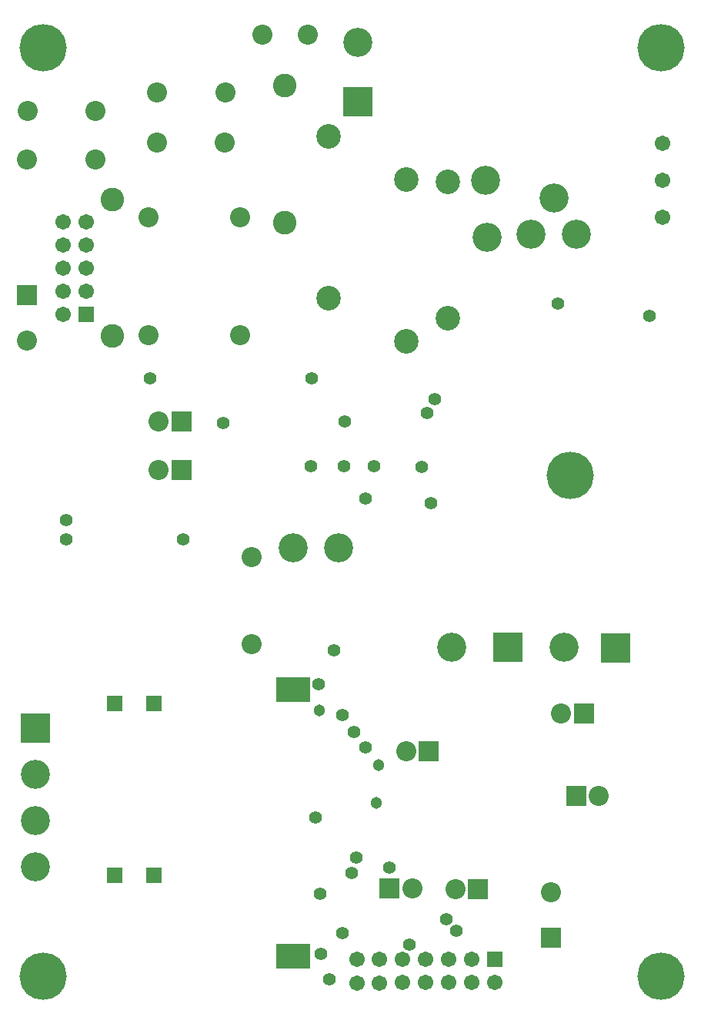
<source format=gbs>
%FSLAX43Y43*%
%MOMM*%
G71*
G01*
G75*
%ADD10C,0.300*%
%ADD11R,3.000X4.000*%
%ADD12R,2.150X3.500*%
%ADD13R,2.150X1.100*%
%ADD14R,1.800X1.600*%
%ADD15R,2.150X0.600*%
%ADD16R,2.200X0.600*%
%ADD17R,4.000X3.000*%
%ADD18R,1.600X1.800*%
%ADD19R,0.600X2.200*%
%ADD20R,0.600X2.200*%
%ADD21R,2.200X0.600*%
%ADD22R,8.000X3.500*%
%ADD23R,1.300X1.500*%
%ADD24R,4.000X4.000*%
%ADD25R,2.150X0.600*%
%ADD26C,1.000*%
%ADD27C,2.000*%
%ADD28C,0.500*%
%ADD29C,1.500*%
%ADD30C,0.400*%
%ADD31C,1.500*%
%ADD32C,2.000*%
%ADD33R,2.000X2.000*%
%ADD34R,1.500X1.500*%
%ADD35C,2.500*%
%ADD36C,3.000*%
%ADD37R,3.000X3.000*%
%ADD38C,2.000*%
%ADD39C,5.000*%
%ADD40C,2.400*%
%ADD41C,1.200*%
%ADD42C,1.100*%
%ADD43R,3.500X2.600*%
%ADD44C,0.600*%
%ADD45R,3.203X4.203*%
%ADD46R,2.353X3.703*%
%ADD47R,2.353X1.303*%
%ADD48R,2.003X1.803*%
%ADD49R,2.353X0.803*%
%ADD50R,2.403X0.803*%
%ADD51R,4.203X3.203*%
%ADD52R,1.803X2.003*%
%ADD53R,0.803X2.403*%
%ADD54R,0.803X2.403*%
%ADD55R,2.403X0.803*%
%ADD56R,8.203X3.703*%
%ADD57R,1.503X1.703*%
%ADD58R,4.203X4.203*%
%ADD59R,2.353X0.803*%
%ADD60C,1.703*%
%ADD61C,2.203*%
%ADD62R,2.203X2.203*%
%ADD63R,1.703X1.703*%
%ADD64C,2.703*%
%ADD65C,3.203*%
%ADD66R,3.203X3.203*%
%ADD67C,2.203*%
%ADD68C,5.203*%
%ADD69C,2.603*%
%ADD70C,1.403*%
%ADD71C,1.303*%
%ADD72R,3.703X2.803*%
D60*
X39540Y3040D02*
D03*
X42040D02*
D03*
Y5650D02*
D03*
X44537D02*
D03*
X47077D02*
D03*
X49617Y3110D02*
D03*
X47077D02*
D03*
X54697D02*
D03*
X52157Y5650D02*
D03*
X49617D02*
D03*
X7210Y76550D02*
D03*
X9750Y79090D02*
D03*
X7210D02*
D03*
X9750Y81630D02*
D03*
X7210D02*
D03*
X9750Y84170D02*
D03*
X7210D02*
D03*
X9750Y86710D02*
D03*
X7210Y86710D02*
D03*
X39540Y5650D02*
D03*
X52157Y3110D02*
D03*
X44537D02*
D03*
X73150Y95350D02*
D03*
Y91300D02*
D03*
Y87200D02*
D03*
D61*
X61989Y32658D02*
D03*
X60857Y13049D02*
D03*
X27958Y49848D02*
D03*
Y40348D02*
D03*
X17715Y64740D02*
D03*
X17735Y59471D02*
D03*
X44939Y28558D02*
D03*
X45611Y13442D02*
D03*
X17548Y100892D02*
D03*
X25002Y95458D02*
D03*
X26650Y74250D02*
D03*
X16650D02*
D03*
X26650Y87250D02*
D03*
X16650D02*
D03*
X29154Y107302D02*
D03*
X34154D02*
D03*
X3208Y73644D02*
D03*
X10752Y93558D02*
D03*
X3252D02*
D03*
X3298Y98892D02*
D03*
X66161Y23642D02*
D03*
X50385Y13408D02*
D03*
D62*
X64489Y32658D02*
D03*
X60857Y8049D02*
D03*
X20215Y64739D02*
D03*
X20235Y59471D02*
D03*
X47439Y28558D02*
D03*
X43111Y13442D02*
D03*
X3208Y78644D02*
D03*
X63661Y23642D02*
D03*
X52885Y13408D02*
D03*
D63*
X17200Y33750D02*
D03*
X12900D02*
D03*
X17200Y14950D02*
D03*
X12900D02*
D03*
X54697Y5650D02*
D03*
X9750Y76550D02*
D03*
D64*
X36458Y96093D02*
D03*
Y78313D02*
D03*
X44992Y73607D02*
D03*
Y91387D02*
D03*
X49550Y76150D02*
D03*
Y91150D02*
D03*
D65*
X39600Y106450D02*
D03*
X50000Y40000D02*
D03*
X32550Y50850D02*
D03*
X37500D02*
D03*
X53700Y91250D02*
D03*
X53900Y85050D02*
D03*
X63697Y85350D02*
D03*
X61197Y89350D02*
D03*
X58697Y85350D02*
D03*
X62300Y40000D02*
D03*
X4200Y20940D02*
D03*
Y26020D02*
D03*
Y15860D02*
D03*
D66*
X39600Y99950D02*
D03*
X56150Y40000D02*
D03*
X68000Y39900D02*
D03*
X4200Y31100D02*
D03*
D67*
X25048Y100892D02*
D03*
X17502Y95458D02*
D03*
X10798Y98892D02*
D03*
D68*
X63000Y58850D02*
D03*
X5000Y3850D02*
D03*
X5000Y105850D02*
D03*
X73000Y105850D02*
D03*
X73000Y3850D02*
D03*
D69*
X31600Y86650D02*
D03*
X12600Y89200D02*
D03*
X31600Y101650D02*
D03*
X12600Y74200D02*
D03*
D70*
X71750Y76350D02*
D03*
X24800Y64650D02*
D03*
X34500Y59850D02*
D03*
X34550Y69500D02*
D03*
X47250Y65750D02*
D03*
X48100Y67200D02*
D03*
X41450Y59850D02*
D03*
X47650Y55800D02*
D03*
X38200Y64750D02*
D03*
X38100Y59900D02*
D03*
X16800Y69500D02*
D03*
X20400Y51808D02*
D03*
X7550Y53950D02*
D03*
Y51850D02*
D03*
X40500Y56300D02*
D03*
X46650Y59800D02*
D03*
X61650Y77750D02*
D03*
X38950Y15200D02*
D03*
X35500Y12900D02*
D03*
X35550Y6300D02*
D03*
X39450Y16850D02*
D03*
X36500Y3450D02*
D03*
X35300Y35900D02*
D03*
X37950Y32500D02*
D03*
Y8550D02*
D03*
X50500Y8800D02*
D03*
X39200Y30650D02*
D03*
X49382Y10082D02*
D03*
X40450Y28950D02*
D03*
X37000Y39600D02*
D03*
X45300Y7250D02*
D03*
X43100Y15750D02*
D03*
X35000Y21250D02*
D03*
D71*
X35397Y33000D02*
D03*
X41897Y27000D02*
D03*
X41697Y22900D02*
D03*
D72*
X32500Y35300D02*
D03*
Y6000D02*
D03*
M02*

</source>
